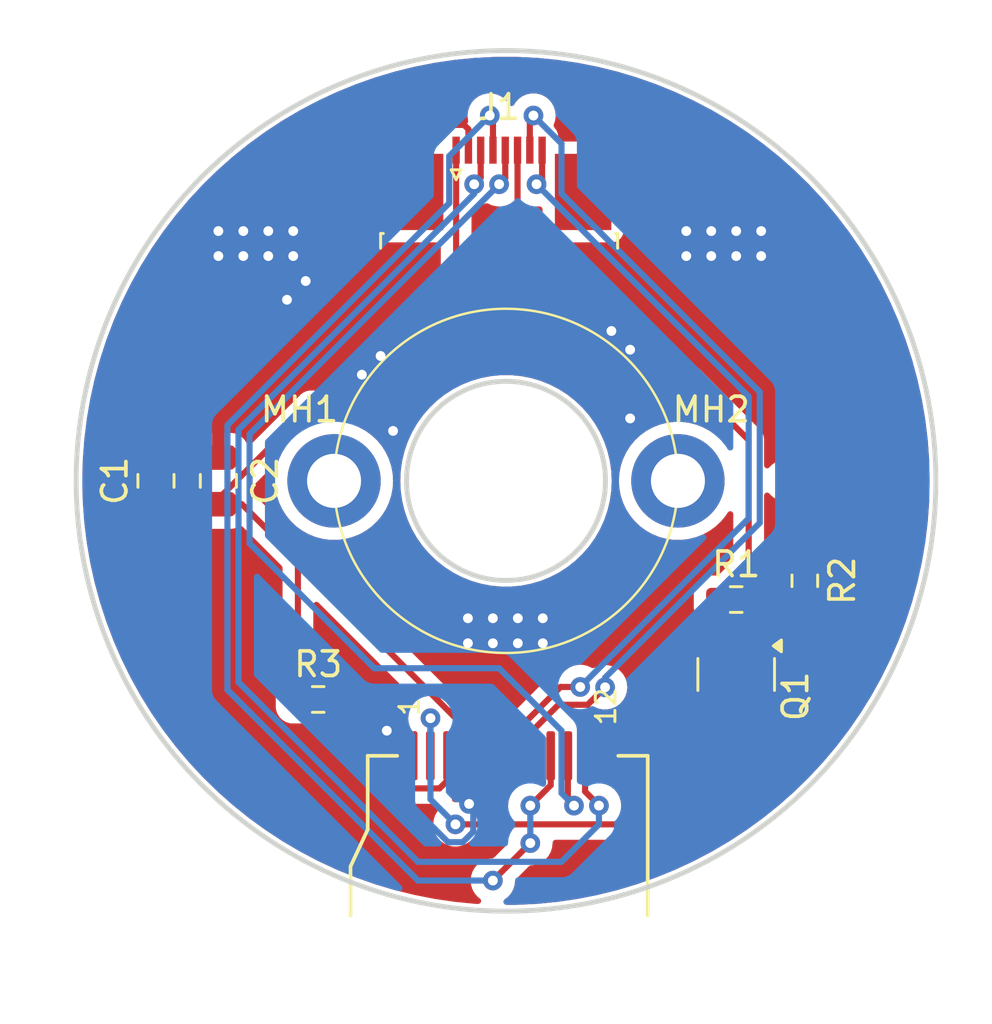
<source format=kicad_pcb>
(kicad_pcb (version 20240108) (generator "pcbnew") (generator_version "8.0")
  (layers (0 "F.Cu" signal) (31 "B.Cu" signal) (34 "B.Paste" user) (35 "F.Paste" user) (36 "B.SilkS" user "B.Silkscreen") (37 "F.SilkS" user "F.Silkscreen") (38 "B.Mask" user) (39 "F.Mask" user) (44 "Edge.Cuts" user))
  (net 0 "")
  (net 1 "/SCK")
  (net 2 "/CS")
  (net 3 "/SDA")
  (net 4 "/DC")
  (net 5 "GND")
  (net 6 "+3.3V")
  (net 7 "/RST")
  (net 8 "/BACKLIGHT")
  (net 9 "/LEDK")
  (net 10 "Net-(Q1-G)")
  (net 11 "/LEDA")
  (footprint "Connector_FFC-FPC:TE_0-1734839-8_1x08-1MP_P0.5mm_Horizontal" (layer "F.Cu") (at 109.22 89.499)
    (property "Reference" "J1")
    (property "Value" "Conn_01x07")
  )
  (footprint "Resistor_SMD:R_0603_1608Metric" (layer "F.Cu") (at 121.666 105.664 90)
    (property "Reference" "R2")
    (property "Value" "1M")
  )
  (footprint "MountingHole:MountingHole_2.2mm_M2_DIN965_Pad_TopBottom" (layer "F.Cu") (at 102.5 101.6)
    (property "Reference" "MH1")
    (property "Value" "MH M2")
  )
  (footprint "Resistor_SMD:R_0603_1608Metric" (layer "F.Cu") (at 101.854 110.49)
    (property "Reference" "R3")
    (property "Value" "22R")
  )
  (footprint "Capacitor_SMD:C_0805_2012Metric" (layer "F.Cu") (at 95.25 101.6 90)
    (property "Reference" "C1")
    (property "Value" "22uF")
  )
  (footprint "gc0a01:GC9A01Round1.28" (layer "F.Cu") (at 109.57 112.7825 90)
    (property "Reference" "J2" (hide yes))
    (property "Value" "GC9A01")
  )
  (footprint "Resistor_SMD:R_0603_1608Metric" (layer "F.Cu") (at 118.872 106.426)
    (property "Reference" "R1")
    (property "Value" "10k")
  )
  (footprint "Symbol:OSHW-Logo_5.7x6mm_Copper" (layer "F.Cu") (at 123.444 99.822)
    (property "Reference" "REF**" (hide yes))
    (property "Value" "OSHW-Logo_5.7x6mm_Copper" (hide yes))
  )
  (footprint "MountingHole:MountingHole_2.2mm_M2_DIN965_Pad_TopBottom" (layer "F.Cu") (at 116.5 101.6)
    (property "Reference" "MH2")
    (property "Value" "MH M2")
  )
  (footprint "Package_TO_SOT_SMD:SOT-23" (layer "F.Cu") (at 118.872 109.474 -90)
    (property "Reference" "Q1")
    (property "Value" "2N7002")
  )
  (footprint "Capacitor_SMD:C_0805_2012Metric" (layer "F.Cu") (at 97.79 101.6 90)
    (property "Reference" "C2")
    (property "Value" "100nF")
  )
  (gr_circle (center 109.5 101.6) (end 116.5 101.6) (stroke (width 0.1)) (fill none) (layer "F.SilkS"))
  (gr_circle (center 109.5 101.6) (end 113.55 101.6) (stroke (width 0.2)) (fill none) (layer "Edge.Cuts"))
  (gr_circle (center 109.5 101.6) (end 127 101.6) (stroke (width 0.2)) (fill none) (layer "Edge.Cuts"))
  (segment (start 108.966 117.856) (end 110.49 116.332) (width 0.25) (layer "F.Cu") (net 1))
  (segment (start 111.32 113.978) (end 111.32 112.7825) (width 0.25) (layer "F.Cu") (net 1))
  (segment (start 110.49 114.808) (end 111.32 113.978) (width 0.25) (layer "F.Cu") (net 1))
  (segment (start 108.97 86.872) (end 108.839 86.741) (width 0.25) (layer "F.Cu") (net 1))
  (segment (start 108.97 88.149) (end 108.97 86.872) (width 0.25) (layer "F.Cu") (net 1))
  (via (at 110.49 114.808) (size 0.8) (drill 0.4) (layers "F.Cu" "B.Cu") (net 1))
  (via (at 110.49 116.332) (size 0.8) (drill 0.4) (layers "F.Cu" "B.Cu") (net 1))
  (via (at 108.839 86.741) (size 0.8) (drill 0.4) (layers "F.Cu" "B.Cu") (net 1))
  (via (at 108.966 117.856) (size 0.8) (drill 0.4) (layers "F.Cu" "B.Cu") (net 1))
  (segment (start 107.188 90.303513) (end 98.16 99.331513) (width 0.25) (layer "B.Cu") (net 1))
  (segment (start 98.16 99.331513) (end 98.16 110.098) (width 0.25) (layer "B.Cu") (net 1))
  (segment (start 105.918 117.856) (end 108.966 117.856) (width 0.25) (layer "B.Cu") (net 1))
  (segment (start 108.839 86.741) (end 107.188 88.392) (width 0.25) (layer "B.Cu") (net 1))
  (segment (start 107.188 88.392) (end 107.188 90.303513) (width 0.25) (layer "B.Cu") (net 1))
  (segment (start 110.49 116.332) (end 110.49 114.808) (width 0.25) (layer "B.Cu") (net 1))
  (segment (start 98.16 110.098) (end 105.918 117.856) (width 0.25) (layer "B.Cu") (net 1))
  (segment (start 111.631897 110.707) (end 110.62 111.718897) (width 0.25) (layer "F.Cu") (net 2))
  (segment (start 110.62 111.718897) (end 110.62 112.7825) (width 0.25) (layer "F.Cu") (net 2))
  (segment (start 112.822307 110.707) (end 111.631897 110.707) (width 0.25) (layer "F.Cu") (net 2))
  (segment (start 113.534655 109.994652) (end 112.822307 110.707) (width 0.25) (layer "F.Cu") (net 2))
  (segment (start 110.47 88.149) (end 110.47 86.888) (width 0.25) (layer "F.Cu") (net 2))
  (segment (start 110.47 86.888) (end 110.617 86.741) (width 0.25) (layer "F.Cu") (net 2))
  (via (at 113.534655 109.994652) (size 0.8) (drill 0.4) (layers "F.Cu" "B.Cu") (net 2))
  (via (at 110.617 86.741) (size 0.8) (drill 0.4) (layers "F.Cu" "B.Cu") (net 2))
  (segment (start 113.602198 109.538198) (end 113.534655 109.605741) (width 0.25) (layer "B.Cu") (net 2))
  (segment (start 110.617 86.741) (end 111.76 87.884) (width 0.25) (layer "B.Cu") (net 2))
  (segment (start 119.83 103.310396) (end 113.602198 109.538198) (width 0.25) (layer "B.Cu") (net 2))
  (segment (start 113.534655 109.605741) (end 113.534655 109.994652) (width 0.25) (layer "B.Cu") (net 2))
  (segment (start 111.76 89.914604) (end 119.83 97.984604) (width 0.25) (layer "B.Cu") (net 2))
  (segment (start 119.83 97.984604) (end 119.83 103.310396) (width 0.25) (layer "B.Cu") (net 2))
  (segment (start 111.76 87.884) (end 111.76 89.914604) (width 0.25) (layer "B.Cu") (net 2))
  (segment (start 109.47 88.149) (end 109.47 89.285) (width 0.25) (layer "F.Cu") (net 3))
  (segment (start 112.268 114.808) (end 112.02 114.56) (width 0.25) (layer "F.Cu") (net 3))
  (segment (start 109.47 89.285) (end 109.22 89.535) (width 0.25) (layer "F.Cu") (net 3))
  (segment (start 112.02 114.56) (end 112.02 112.7825) (width 0.25) (layer "F.Cu") (net 3))
  (via (at 109.22 89.535) (size 0.8) (drill 0.4) (layers "F.Cu" "B.Cu") (net 3))
  (via (at 112.268 114.808) (size 0.8) (drill 0.4) (layers "F.Cu" "B.Cu") (net 3))
  (segment (start 99.06 104.14) (end 99.06 99.704305) (width 0.25) (layer "B.Cu") (net 3))
  (segment (start 111.76 114.3) (end 111.76 111.76) (width 0.25) (layer "B.Cu") (net 3))
  (segment (start 111.76 111.76) (end 109.22 109.22) (width 0.25) (layer "B.Cu") (net 3))
  (segment (start 109.22 89.544305) (end 109.22 89.535) (width 0.25) (layer "B.Cu") (net 3))
  (segment (start 112.268 114.808) (end 111.76 114.3) (width 0.25) (layer "B.Cu") (net 3))
  (segment (start 109.22 109.22) (end 104.14 109.22) (width 0.25) (layer "B.Cu") (net 3))
  (segment (start 104.14 109.22) (end 99.06 104.14) (width 0.25) (layer "B.Cu") (net 3))
  (segment (start 99.06 99.704305) (end 109.22 89.544305) (width 0.25) (layer "B.Cu") (net 3))
  (segment (start 109.92 112.7825) (end 109.92 111.782501) (width 0.25) (layer "F.Cu") (net 4))
  (segment (start 111.720501 109.982) (end 112.522 109.982) (width 0.25) (layer "F.Cu") (net 4))
  (segment (start 110.97 88.149) (end 110.97 89.309) (width 0.25) (layer "F.Cu") (net 4))
  (segment (start 109.92 111.782501) (end 111.720501 109.982) (width 0.25) (layer "F.Cu") (net 4))
  (segment (start 110.97 89.309) (end 110.744 89.535) (width 0.25) (layer "F.Cu") (net 4))
  (via (at 112.522 109.982) (size 0.8) (drill 0.4) (layers "F.Cu" "B.Cu") (net 4))
  (via (at 110.744 89.535) (size 0.8) (drill 0.4) (layers "F.Cu" "B.Cu") (net 4))
  (segment (start 119.38 103.124) (end 112.522 109.982) (width 0.25) (layer "B.Cu") (net 4))
  (segment (start 119.38 98.171) (end 119.38 103.124) (width 0.25) (layer "B.Cu") (net 4))
  (segment (start 110.744 89.535) (end 119.38 98.171) (width 0.25) (layer "B.Cu") (net 4))
  (segment (start 104.6975 111.76) (end 105.72 112.7825) (width 0.25) (layer "F.Cu") (net 5))
  (segment (start 107.793 87.122) (end 105.177 87.122) (width 0.25) (layer "F.Cu") (net 5))
  (segment (start 108.52 114.214649) (end 107.996701 114.737948) (width 0.25) (layer "F.Cu") (net 5))
  (segment (start 104.648 111.76) (end 104.6975 111.76) (width 0.25) (layer "F.Cu") (net 5))
  (segment (start 117.666 108.5365) (end 117.922 108.5365) (width 0.25) (layer "F.Cu") (net 5))
  (segment (start 109.22 112.7825) (end 109.22 108.458) (width 0.25) (layer "F.Cu") (net 5))
  (segment (start 109.22 108.458) (end 108.966 108.204) (width 0.25) (layer "F.Cu") (net 5))
  (segment (start 109.22 112.7825) (end 108.52 112.7825) (width 0.25) (layer "F.Cu") (net 5))
  (segment (start 107.97 88.149) (end 107.97 87.299) (width 0.25) (layer "F.Cu") (net 5))
  (segment (start 97.79 100.65) (end 95.25 100.65) (width 0.25) (layer "F.Cu") (net 5))
  (segment (start 107.97 87.299) (end 107.793 87.122) (width 0.25) (layer "F.Cu") (net 5))
  (segment (start 114.554 96.266) (end 117.856 92.964) (width 0.5) (layer "F.Cu") (net 5))
  (segment (start 105.177 87.122) (end 97.79 94.509) (width 0.25) (layer "F.Cu") (net 5))
  (segment (start 113.792 95.504) (end 116.84 92.456) (width 0.5) (layer "F.Cu") (net 5))
  (segment (start 97.79 94.509) (end 97.79 100.65) (width 0.25) (layer "F.Cu") (net 5))
  (segment (start 113.42 112.7825) (end 117.666 108.5365) (width 0.25) (layer "F.Cu") (net 5))
  (segment (start 100.584 94.234) (end 103.632 97.282) (width 0.5) (layer "F.Cu") (net 5))
  (segment (start 117.856 92.964) (end 117.856 92.456) (width 0.5) (layer "F.Cu") (net 5))
  (segment (start 108.52 108.774) (end 107.95 108.204) (width 0.25) (layer "F.Cu") (net 5))
  (segment (start 108.52 112.7825) (end 108.52 114.214649) (width 0.25) (layer "F.Cu") (net 5))
  (segment (start 108.52 112.7825) (end 108.52 108.774) (width 0.25) (layer "F.Cu") (net 5))
  (segment (start 101.346 93.472) (end 104.394 96.52) (width 0.5) (layer "F.Cu") (net 5))
  (via (at 108.966 107.188) (size 0.8) (drill 0.4) (layers "F.Cu" "B.Cu") (net 5))
  (via (at 104.394 96.52) (size 0.8) (drill 0.4) (layers "F.Cu" "B.Cu") (net 5))
  (via (at 104.902 99.568) (size 0.8) (drill 0.4) (layers "F.Cu" "B.Cu") (net 5))
  (via (at 107.95 108.204) (size 0.8) (drill 0.4) (layers "F.Cu" "B.Cu") (net 5))
  (via (at 114.554 99.06) (size 0.8) (drill 0.4) (layers "F.Cu" "B.Cu") (net 5))
  (via (at 108.966 108.204) (size 0.8) (drill 0.4) (layers "F.Cu" "B.Cu") (net 5))
  (via (at 101.346 93.472) (size 0.8) (drill 0.4) (layers "F.Cu" "B.Cu") (net 5))
  (via (at 97.79 91.44) (size 0.8) (drill 0.4) (layers "F.Cu" "B.Cu") (net 5))
  (via (at 118.872 91.44) (size 0.8) (drill 0.4) (layers "F.Cu" "B.Cu") (net 5))
  (via (at 110.998 108.204) (size 0.8) (drill 0.4) (layers "F.Cu" "B.Cu") (net 5))
  (via (at 109.982 107.188) (size 0.8) (drill 0.4) (layers "F.Cu" "B.Cu") (net 5))
  (via (at 104.648 111.76) (size 0.8) (drill 0.4) (layers "F.Cu" "B.Cu") (net 5))
  (via (at 110.998 107.188) (size 0.8) (drill 0.4) (layers "F.Cu" "B.Cu") (net 5))
  (via (at 100.584 94.234) (size 0.8) (drill 0.4) (layers "F.Cu" "B.Cu") (net 5))
  (via (at 113.792 95.504) (size 0.8) (drill 0.4) (layers "F.Cu" "B.Cu") (net 5))
  (via (at 100.838 92.456) (size 0.8) (drill 0.4) (layers "F.Cu" "B.Cu") (net 5))
  (via (at 99.822 91.44) (size 0.8) (drill 0.4) (layers "F.Cu" "B.Cu") (net 5))
  (via (at 116.84 92.456) (size 0.8) (drill 0.4) (layers "F.Cu" "B.Cu") (net 5))
  (via (at 107.996701 114.737948) (size 0.8) (drill 0.4) (layers "F.Cu" "B.Cu") (net 5))
  (via (at 97.79 92.456) (size 0.8) (drill 0.4) (layers "F.Cu" "B.Cu") (net 5))
  (via (at 99.822 92.456) (size 0.8) (drill 0.4) (layers "F.Cu" "B.Cu") (net 5))
  (via (at 98.806 92.456) (size 0.8) (drill 0.4) (layers "F.Cu" "B.Cu") (net 5))
  (via (at 98.806 91.44) (size 0.8) (drill 0.4) (layers "F.Cu" "B.Cu") (net 5))
  (via (at 118.872 92.456) (size 0.8) (drill 0.4) (layers "F.Cu" "B.Cu") (net 5))
  (via (at 103.632 97.282) (size 0.8) (drill 0.4) (layers "F.Cu" "B.Cu") (net 5))
  (via (at 119.888 91.44) (size 0.8) (drill 0.4) (layers "F.Cu" "B.Cu") (net 5))
  (via (at 109.982 108.204) (size 0.8) (drill 0.4) (layers "F.Cu" "B.Cu") (net 5))
  (via (at 116.84 91.44) (size 0.8) (drill 0.4) (layers "F.Cu" "B.Cu") (net 5))
  (via (at 114.554 96.266) (size 0.8) (drill 0.4) (layers "F.Cu" "B.Cu") (net 5))
  (via (at 117.856 91.44) (size 0.8) (drill 0.4) (layers "F.Cu" "B.Cu") (net 5))
  (via (at 100.838 91.44) (size 0.8) (drill 0.4) (layers "F.Cu" "B.Cu") (net 5))
  (via (at 119.888 92.456) (size 0.8) (drill 0.4) (layers "F.Cu" "B.Cu") (net 5))
  (via (at 117.856 92.456) (size 0.8) (drill 0.4) (layers "F.Cu" "B.Cu") (net 5))
  (via (at 107.95 107.188) (size 0.8) (drill 0.4) (layers "F.Cu" "B.Cu") (net 5))
  (segment (start 113.792 95.504) (end 114.554 96.266) (width 0.5) (layer "B.Cu") (net 5))
  (segment (start 104.648 113.801305) (end 104.648 111.76) (width 0.25) (layer "B.Cu") (net 5))
  (segment (start 107.141695 116.295) (end 104.648 113.801305) (width 0.25) (layer "B.Cu") (net 5))
  (segment (start 108.167 114.908247) (end 108.167 115.870305) (width 0.25) (layer "B.Cu") (net 5))
  (segment (start 114.554 96.266) (end 114.554 99.06) (width 0.5) (layer "B.Cu") (net 5))
  (segment (start 103.632 97.282) (end 103.632 98.298) (width 0.5) (layer "B.Cu") (net 5))
  (segment (start 108.167 115.870305) (end 107.742305 116.295) (width 0.25) (layer "B.Cu") (net 5))
  (segment (start 107.996701 114.737948) (end 108.167 114.908247) (width 0.25) (layer "B.Cu") (net 5))
  (segment (start 107.742305 116.295) (end 107.141695 116.295) (width 0.25) (layer "B.Cu") (net 5))
  (segment (start 104.394 96.52) (end 103.632 97.282) (width 0.5) (layer "B.Cu") (net 5))
  (segment (start 103.632 98.298) (end 104.902 99.568) (width 0.5) (layer "B.Cu") (net 5))
  (segment (start 97.79 102.55) (end 98.749305 102.55) (width 0.25) (layer "F.Cu") (net 6))
  (segment (start 107.82 111.620695) (end 106.726305 110.527) (width 0.25) (layer "F.Cu") (net 6))
  (segment (start 98.749305 102.55) (end 100.080653 103.881347) (width 0.25) (layer "F.Cu") (net 6))
  (segment (start 107.47 88.149) (end 107.47 95.476) (width 0.25) (layer "F.Cu") (net 6))
  (segment (start 104.394 98.552) (end 101.567 98.552) (width 0.25) (layer "F.Cu") (net 6))
  (segment (start 107.47 95.476) (end 104.394 98.552) (width 0.25) (layer "F.Cu") (net 6))
  (segment (start 100.080653 103.881347) (end 106.726305 110.527) (width 0.25) (layer "F.Cu") (net 6))
  (segment (start 95.25 102.55) (end 97.79 102.55) (width 0.25) (layer "F.Cu") (net 6))
  (segment (start 101.567 98.552) (end 97.79 102.329) (width 0.25) (layer "F.Cu") (net 6))
  (segment (start 101.029 104.829694) (end 100.080653 103.881347) (width 0.25) (layer "F.Cu") (net 6))
  (segment (start 97.79 102.329) (end 97.79 102.55) (width 0.25) (layer "F.Cu") (net 6))
  (segment (start 101.029 110.49) (end 101.029 104.829694) (width 0.25) (layer "F.Cu") (net 6))
  (segment (start 107.82 112.7825) (end 107.82 111.620695) (width 0.25) (layer "F.Cu") (net 6))
  (segment (start 108.204 89.535) (end 108.47 89.269) (width 0.25) (layer "F.Cu") (net 7))
  (segment (start 108.47 89.269) (end 108.47 88.149) (width 0.25) (layer "F.Cu") (net 7))
  (segment (start 112.72 114.234695) (end 112.72 112.7825) (width 0.25) (layer "F.Cu") (net 7))
  (segment (start 113.284 114.798695) (end 112.72 114.234695) (width 0.25) (layer "F.Cu") (net 7))
  (segment (start 113.284 114.808) (end 113.284 114.798695) (width 0.25) (layer "F.Cu") (net 7))
  (via (at 108.204 89.535) (size 0.8) (drill 0.4) (layers "F.Cu" "B.Cu") (net 7))
  (via (at 113.284 114.808) (size 0.8) (drill 0.4) (layers "F.Cu" "B.Cu") (net 7))
  (segment (start 108.204 89.923909) (end 108.204 89.535) (width 0.25) (layer "B.Cu") (net 7))
  (segment (start 108.331 89.535) (end 108.458 89.408) (width 0.25) (layer "B.Cu") (net 7))
  (segment (start 111.76 117.094) (end 105.918 117.094) (width 0.25) (layer "B.Cu") (net 7))
  (segment (start 113.284 114.808) (end 113.284 115.57) (width 0.25) (layer "B.Cu") (net 7))
  (segment (start 113.284 115.57) (end 111.76 117.094) (width 0.25) (layer "B.Cu") (net 7))
  (segment (start 98.61 109.786) (end 98.61 99.517909) (width 0.25) (layer "B.Cu") (net 7))
  (segment (start 98.61 99.517909) (end 108.204 89.923909) (width 0.25) (layer "B.Cu") (net 7))
  (segment (start 105.918 117.094) (end 98.61 109.786) (width 0.25) (layer "B.Cu") (net 7))
  (segment (start 108.204 89.535) (end 108.331 89.535) (width 0.25) (layer "B.Cu") (net 7))
  (segment (start 116.977 97.536) (end 119.38 99.939) (width 0.25) (layer "F.Cu") (net 8))
  (segment (start 109.97 88.149) (end 109.97 94.476) (width 0.25) (layer "F.Cu") (net 8))
  (segment (start 119.38 105.093) (end 118.047 106.426) (width 0.25) (layer "F.Cu") (net 8))
  (segment (start 113.03 97.536) (end 116.977 97.536) (width 0.25) (layer "F.Cu") (net 8))
  (segment (start 109.97 94.476) (end 113.03 97.536) (width 0.25) (layer "F.Cu") (net 8))
  (segment (start 119.38 99.939) (end 119.38 105.093) (width 0.25) (layer "F.Cu") (net 8))
  (segment (start 116.2535 115.57) (end 107.442 115.57) (width 0.25) (layer "F.Cu") (net 9))
  (segment (start 118.872 112.9515) (end 116.2535 115.57) (width 0.25) (layer "F.Cu") (net 9))
  (segment (start 118.872 110.4115) (end 118.872 112.9515) (width 0.25) (layer "F.Cu") (net 9))
  (segment (start 106.426 112.7765) (end 106.42 112.7825) (width 0.25) (layer "F.Cu") (net 9))
  (segment (start 106.426 111.252) (end 106.426 112.7765) (width 0.25) (layer "F.Cu") (net 9))
  (via (at 107.442 115.57) (size 0.8) (drill 0.4) (layers "F.Cu" "B.Cu") (net 9))
  (via (at 106.426 111.252) (size 0.8) (drill 0.4) (layers "F.Cu" "B.Cu") (net 9))
  (segment (start 107.442 115.57) (end 106.426 114.554) (width 0.25) (layer "B.Cu") (net 9))
  (segment (start 106.426 114.554) (end 106.426 111.252) (width 0.25) (layer "B.Cu") (net 9))
  (segment (start 119.822 106.551) (end 119.822 108.5365) (width 0.25) (layer "F.Cu") (net 10))
  (segment (start 121.666 106.489) (end 119.822 106.489) (width 0.25) (layer "F.Cu") (net 10))
  (segment (start 119.822 106.489) (end 119.822 108.5365) (width 0.25) (layer "F.Cu") (net 10))
  (segment (start 119.697 106.426) (end 119.822 106.551) (width 0.25) (layer "F.Cu") (net 10))
  (segment (start 102.679 111.327288) (end 105.459212 114.1075) (width 0.25) (layer "F.Cu") (net 11))
  (segment (start 106.794999 114.1075) (end 107.12 113.782499) (width 0.25) (layer "F.Cu") (net 11))
  (segment (start 107.12 113.782499) (end 107.12 112.7825) (width 0.25) (layer "F.Cu") (net 11))
  (segment (start 102.679 110.49) (end 102.679 111.327288) (width 0.25) (layer "F.Cu") (net 11))
  (segment (start 105.459212 114.1075) (end 106.794999 114.1075) (width 0.25) (layer "F.Cu") (net 11))
  (zone (net 5) (net_name "GND") (layers "F&B.Cu") (connect_pads (clearance 0.5)) (min_thickness 0.25) (fill yes (thermal_gap 0.5) (thermal_bridge_width 0.5))
    (polygon (pts (xy 88.9 82.042) (xy 129.286 82.042) (xy 129.286 123.698) (xy 88.9 123.698)))
  )
)
</source>
